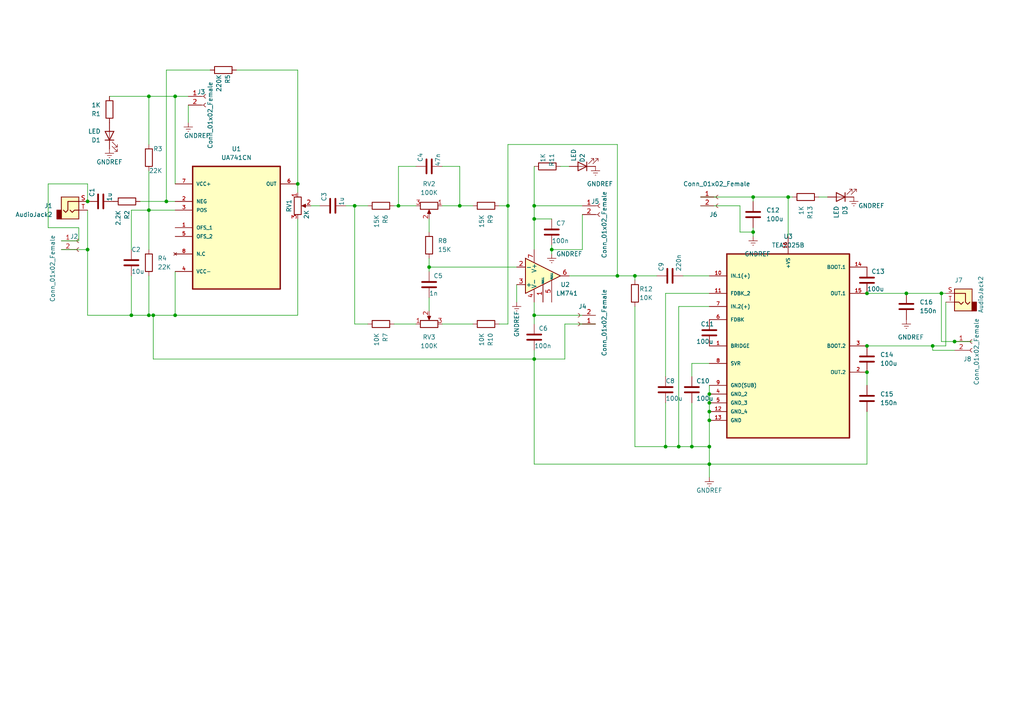
<source format=kicad_sch>
(kicad_sch (version 20210126) (generator eeschema)
  (paper "A4")
  (title_block (title "SES AUDIO AMPLIFIER") (date "2021-06-08") (company "JKUAT"))
  (lib_symbols
    (symbol "Amplifier_Operational:LM741" (pin_names (offset 0.127))
      (property "Reference" "U?" (at 5.08 -2.54 0))
      (property "Value" "UA741CN" (at 3.81 -5.08 0))
      (symbol "LM741_0_1"
        (polyline (pts (xy -5.08 5.08) (xy 5.08 0) (xy -5.08 -5.08) (xy -5.08 5.08)) (stroke (width 0.254)) (fill (type background)))
      )
      (symbol "LM741_1_1"
        (pin input line (at 0 -7.62 90) (length 5.08) (name "NULL") (number "1"))
        (pin input line (at -7.62 -2.54 0) (length 2.54) (name "+") (number "3"))
        (pin input line (at -7.62 2.54 0) (length 2.54) (name "-") (number "2"))
        (pin power_in line (at -2.54 -7.62 90) (length 3.81) (name "V-") (number "4"))
        (pin input line (at 2.54 -7.62 90) (length 6.35) (name "NULL") (number "5"))
        (pin output line (at 7.62 0 180) (length 2.54) (name "~") (number "6"))
        (pin power_in line (at -2.54 7.62 270) (length 3.81) (name "V+") (number "7"))
        (pin no_connect line (at 0 2.54 270) (length 2.54) hide (name "NC") (number "8"))
      )
    )
    (symbol "Connector:AudioJack2"
      (property "Reference" "J" (at 0 8.89 0))
      (property "Value" "AudioJack2" (at 0 6.35 0))
      (symbol "AudioJack2_0_1"
        (rectangle (start -3.81 0) (end -2.54 -2.54) (stroke (width 0.254)) (fill (type outline)))
        (rectangle (start -2.54 3.81) (end 2.54 -2.54) (stroke (width 0.254)) (fill (type background)))
        (polyline (pts (xy 0 0) (xy 0.635 -0.635) (xy 1.27 0) (xy 2.54 0)) (stroke (width 0.254)))
        (polyline (pts (xy 2.54 2.54) (xy -0.635 2.54) (xy -0.635 0) (xy -1.27 -0.635) (xy -1.905 0)) (stroke (width 0.254)))
      )
      (symbol "AudioJack2_1_1"
        (pin passive line (at 5.08 2.54 180) (length 2.54) (name "~") (number "S"))
        (pin passive line (at 5.08 0 180) (length 2.54) (name "~") (number "T"))
      )
    )
    (symbol "Connector:Conn_01x02_Female" (pin_names (offset 1.016) hide)
      (property "Reference" "J" (at 0 2.54 0))
      (property "Value" "Conn_01x02_Female" (at 0 -5.08 0))
      (symbol "Conn_01x02_Female_1_1"
        (arc (start 0 -2.032) (end 0 -3.048) (radius (at 0 -2.54) (length 0.508) (angles 90.1 -90.1)) (stroke (width 0.1524)))
        (arc (start 0 0.508) (end 0 -0.508) (radius (at 0 0) (length 0.508) (angles 90.1 -90.1)) (stroke (width 0.1524)))
        (polyline (pts (xy -1.27 -2.54) (xy -0.508 -2.54)) (stroke (width 0.1524)))
        (polyline (pts (xy -1.27 0) (xy -0.508 0)) (stroke (width 0.1524)))
        (pin passive line (at -5.08 0 0) (length 3.81) (name "Pin_1") (number "1"))
        (pin passive line (at -5.08 -2.54 0) (length 3.81) (name "Pin_2") (number "2"))
      )
    )
    (symbol "Device:C" (pin_numbers hide) (pin_names (offset 0.254))
      (property "Reference" "C" (at 0.635 2.54 0))
      (property "Value" "C" (at 0.635 -2.54 0))
      (symbol "C_0_1"
        (polyline (pts (xy -2.032 -0.762) (xy 2.032 -0.762)) (stroke (width 0.508)))
        (polyline (pts (xy -2.032 0.762) (xy 2.032 0.762)) (stroke (width 0.508)))
      )
      (symbol "C_1_1"
        (pin passive line (at 0 3.81 270) (length 2.794) (name "~") (number "1"))
        (pin passive line (at 0 -3.81 90) (length 2.794) (name "~") (number "2"))
      )
    )
    (symbol "Device:LED" (pin_numbers hide) (pin_names (offset 1.016) hide)
      (property "Reference" "D" (at 0 2.54 0))
      (property "Value" "LED" (at 0 -2.54 0))
      (symbol "LED_0_1"
        (polyline (pts (xy -1.27 -1.27) (xy -1.27 1.27)) (stroke (width 0.254)))
        (polyline (pts (xy -1.27 0) (xy 1.27 0)))
        (polyline (pts (xy 1.27 -1.27) (xy 1.27 1.27) (xy -1.27 0) (xy 1.27 -1.27)) (stroke (width 0.254)))
        (polyline (pts (xy -3.048 -0.762) (xy -4.572 -2.286) (xy -3.81 -2.286) (xy -4.572 -2.286) (xy -4.572 -1.524)))
        (polyline (pts (xy -1.778 -0.762) (xy -3.302 -2.286) (xy -2.54 -2.286) (xy -3.302 -2.286) (xy -3.302 -1.524)))
      )
      (symbol "LED_1_1"
        (pin passive line (at -3.81 0 0) (length 2.54) (name "K") (number "1"))
        (pin passive line (at 3.81 0 180) (length 2.54) (name "A") (number "2"))
      )
    )
    (symbol "Device:R" (pin_numbers hide) (pin_names (offset 0))
      (property "Reference" "R" (at 2.032 0 90))
      (property "Value" "R" (at 0 0 90))
      (symbol "R_0_1"
        (rectangle (start -1.016 -2.54) (end 1.016 2.54) (stroke (width 0.254)))
      )
      (symbol "R_1_1"
        (pin passive line (at 0 3.81 270) (length 1.27) (name "~") (number "1"))
        (pin passive line (at 0 -3.81 90) (length 1.27) (name "~") (number "2"))
      )
    )
    (symbol "Device:R_Potentiometer" (pin_names (offset 1.016) hide)
      (property "Reference" "RV" (at -4.445 0 90))
      (property "Value" "R_Potentiometer" (at -2.54 0 90))
      (symbol "R_Potentiometer_0_1"
        (rectangle (start 1.016 2.54) (end -1.016 -2.54) (stroke (width 0.254)))
        (polyline (pts (xy 2.54 0) (xy 1.524 0)))
        (polyline (pts (xy 1.143 0) (xy 2.286 0.508) (xy 2.286 -0.508) (xy 1.143 0)) (fill (type outline)))
      )
      (symbol "R_Potentiometer_1_1"
        (pin passive line (at 0 3.81 270) (length 1.27) (name "1") (number "1"))
        (pin passive line (at 3.81 0 180) (length 1.27) (name "2") (number "2"))
        (pin passive line (at 0 -3.81 90) (length 1.27) (name "3") (number "3"))
      )
    )
    (symbol "TEA2025B:TEA2025B" (pin_names (offset 1.016))
      (property "Reference" "U1" (at 0 27.94 0))
      (property "Value" "TEA2025B" (at 0 25.4 0))
      (symbol "TEA2025B_0_0"
        (rectangle (start -17.78 -30.48) (end 17.78 22.86) (stroke (width 0.4064)) (fill (type background)))
        (pin power_in line (at 0 27.94 270) (length 5.08) (name "+VS") (number "16"))
        (pin input line (at -22.86 11.43 0) (length 5.08) (name "FDBK_2") (number "11"))
        (pin input line (at -22.86 3.81 0) (length 5.08) (name "FDBK") (number "6"))
        (pin passive line (at 22.86 19.05 180) (length 5.08) (name "BOOT.1") (number "14"))
        (pin passive line (at 22.86 -3.81 180) (length 5.08) (name "BOOT.2") (number "3"))
        (pin passive line (at -22.86 -3.81 0) (length 5.08) (name "BRIDGE") (number "1"))
        (pin passive line (at -22.86 -8.89 0) (length 5.08) (name "SVR") (number "8"))
        (pin input line (at -22.86 16.51 0) (length 5.08) (name "IN.1(+)") (number "10"))
        (pin input line (at -22.86 7.62 0) (length 5.08) (name "IN.2(+)") (number "7"))
        (pin passive line (at -22.86 -15.24 0) (length 5.08) (name "GND(SUB)") (number "9"))
        (pin passive line (at -22.86 -17.78 0) (length 5.08) (name "GND_2") (number "4"))
        (pin passive line (at -22.86 -20.32 0) (length 5.08) (name "GND_3") (number "5"))
        (pin passive line (at -22.86 -22.86 0) (length 5.08) (name "GND_4") (number "12"))
        (pin passive line (at -22.86 -25.4 0) (length 5.08) (name "GND") (number "13"))
        (pin output line (at 22.86 11.43 180) (length 5.08) (name "OUT.1") (number "15"))
        (pin output line (at 22.86 -11.43 180) (length 5.08) (name "OUT.2") (number "2"))
      )
    )
    (symbol "UA741CN:UA741CN" (pin_names (offset 1.016))
      (property "Reference" "U?" (at 0 20.32 0))
      (property "Value" "UA741CN" (at 0 17.78 0))
      (symbol "UA741CN_0_0"
        (rectangle (start -12.7 -20.32) (end 12.7 15.24) (stroke (width 0.4064)) (fill (type background)))
        (pin power_in line (at -17.78 10.16 0) (length 5.08) (name "VCC+") (number "7"))
        (pin input line (at -17.78 5.08 0) (length 5.08) (name "NEG") (number "2"))
        (pin input line (at -17.78 2.54 0) (length 5.08) (name "POS") (number "3"))
        (pin passive line (at -17.78 -2.54 0) (length 5.08) (name "OFS_1") (number "1"))
        (pin passive line (at -17.78 -5.08 0) (length 5.08) (name "OFS_2") (number "5"))
        (pin no_connect line (at -17.78 -10.16 0) (length 5.08) (name "N.C") (number "8"))
        (pin power_in line (at -17.78 -15.24 0) (length 5.08) (name "VCC-") (number "4"))
        (pin output line (at 17.78 10.16 180) (length 5.08) (name "OUT") (number "6"))
      )
    )
    (symbol "power:GNDREF" (power) (pin_names (offset 0))
      (property "Value" "GNDREF" (at 0 -3.81 0))
      (symbol "GNDREF_0_1"
        (polyline (pts (xy -0.635 -1.905) (xy 0.635 -1.905)))
        (polyline (pts (xy -0.127 -2.54) (xy 0.127 -2.54)))
        (polyline (pts (xy 0 -1.27) (xy 0 0)))
        (polyline (pts (xy 1.27 -1.27) (xy -1.27 -1.27)))
      )
      (symbol "GNDREF_1_1"
        (pin power_in line (at 0 0 270) (length 0) hide (name "GNDREF") (number "1"))
      )
    )
  )
  (junction (at 25.4 58.42) (diameter 0.9144))
  (junction (at 25.4 72.39) (diameter 0.9144))
  (junction (at 38.1 91.44) (diameter 0.9144))
  (junction (at 43.18 27.94) (diameter 0.9144))
  (junction (at 43.18 60.96) (diameter 0.9144))
  (junction (at 43.18 91.44) (diameter 0.9144))
  (junction (at 44.45 91.44) (diameter 0.9144))
  (junction (at 48.26 58.42) (diameter 0.9144))
  (junction (at 50.8 27.94) (diameter 0.9144))
  (junction (at 50.8 91.44) (diameter 0.9144))
  (junction (at 86.36 53.34) (diameter 0.9144))
  (junction (at 102.87 59.69) (diameter 0.9144))
  (junction (at 115.57 59.69) (diameter 0.9144))
  (junction (at 124.46 77.47) (diameter 0.9144))
  (junction (at 133.35 59.69) (diameter 0.9144))
  (junction (at 147.32 59.69) (diameter 0.9144))
  (junction (at 154.94 59.69) (diameter 0.9144))
  (junction (at 154.94 63.5) (diameter 0.9144))
  (junction (at 154.94 91.44) (diameter 0.9144))
  (junction (at 154.94 104.14) (diameter 0.9144))
  (junction (at 160.02 72.39) (diameter 0.9144))
  (junction (at 179.07 80.01) (diameter 0.9144))
  (junction (at 184.15 80.01) (diameter 0.9144))
  (junction (at 193.04 129.54) (diameter 0.9144))
  (junction (at 196.85 129.54) (diameter 0.9144))
  (junction (at 200.66 129.54) (diameter 0.9144))
  (junction (at 205.74 114.3) (diameter 0.9144))
  (junction (at 205.74 116.84) (diameter 0.9144))
  (junction (at 205.74 119.38) (diameter 0.9144))
  (junction (at 205.74 121.92) (diameter 0.9144))
  (junction (at 205.74 129.54) (diameter 0.9144))
  (junction (at 205.74 134.62) (diameter 0.9144))
  (junction (at 218.44 57.15) (diameter 0.9144))
  (junction (at 218.44 67.31) (diameter 0.9144))
  (junction (at 228.6 57.15) (diameter 0.9144))
  (junction (at 251.46 85.09) (diameter 0.9144))
  (junction (at 251.46 100.33) (diameter 0.9144))
  (junction (at 251.46 107.95) (diameter 0.9144))
  (junction (at 262.89 85.09) (diameter 0.9144))
  (junction (at 270.51 100.33) (diameter 0.9144))
  (junction (at 273.05 85.09) (diameter 0.9144))
  (junction (at 276.86 99.06) (diameter 0.9144))
  (wire (pts (xy 13.97 53.34) (xy 25.4 53.34)))
  (wire (pts (xy 13.97 66.04) (xy 13.97 53.34)))
  (wire (pts (xy 17.78 69.85) (xy 22.86 69.85)))
  (wire (pts (xy 17.78 72.39) (xy 25.4 72.39)))
  (wire (pts (xy 22.86 66.04) (xy 13.97 66.04)))
  (wire (pts (xy 22.86 69.85) (xy 22.86 66.04)))
  (wire (pts (xy 25.4 53.34) (xy 25.4 58.42)))
  (wire (pts (xy 25.4 72.39) (xy 25.4 60.96)))
  (wire (pts (xy 25.4 72.39) (xy 25.4 91.44)))
  (wire (pts (xy 25.4 91.44) (xy 38.1 91.44)))
  (wire (pts (xy 31.75 27.94) (xy 43.18 27.94)))
  (wire (pts (xy 38.1 60.96) (xy 43.18 60.96)))
  (wire (pts (xy 38.1 72.39) (xy 38.1 60.96)))
  (wire (pts (xy 38.1 80.01) (xy 38.1 91.44)))
  (wire (pts (xy 38.1 91.44) (xy 43.18 91.44)))
  (wire (pts (xy 40.64 58.42) (xy 48.26 58.42)))
  (wire (pts (xy 43.18 27.94) (xy 50.8 27.94)))
  (wire (pts (xy 43.18 41.91) (xy 43.18 27.94)))
  (wire (pts (xy 43.18 49.53) (xy 43.18 60.96)))
  (wire (pts (xy 43.18 60.96) (xy 43.18 72.39)))
  (wire (pts (xy 43.18 80.01) (xy 43.18 91.44)))
  (wire (pts (xy 43.18 91.44) (xy 44.45 91.44)))
  (wire (pts (xy 44.45 91.44) (xy 44.45 104.14)))
  (wire (pts (xy 44.45 91.44) (xy 50.8 91.44)))
  (wire (pts (xy 48.26 20.32) (xy 48.26 58.42)))
  (wire (pts (xy 48.26 58.42) (xy 50.8 58.42)))
  (wire (pts (xy 50.8 27.94) (xy 50.8 53.34)))
  (wire (pts (xy 50.8 27.94) (xy 54.61 27.94)))
  (wire (pts (xy 50.8 60.96) (xy 43.18 60.96)))
  (wire (pts (xy 50.8 78.74) (xy 50.8 91.44)))
  (wire (pts (xy 54.61 30.48) (xy 54.61 35.56)))
  (wire (pts (xy 60.96 20.32) (xy 48.26 20.32)))
  (wire (pts (xy 86.36 20.32) (xy 68.58 20.32)))
  (wire (pts (xy 86.36 53.34) (xy 86.36 20.32)))
  (wire (pts (xy 86.36 53.34) (xy 86.36 55.88)))
  (wire (pts (xy 86.36 63.5) (xy 86.36 91.44)))
  (wire (pts (xy 86.36 91.44) (xy 50.8 91.44)))
  (wire (pts (xy 90.17 59.69) (xy 92.71 59.69)))
  (wire (pts (xy 100.33 59.69) (xy 102.87 59.69)))
  (wire (pts (xy 102.87 59.69) (xy 106.68 59.69)))
  (wire (pts (xy 102.87 93.98) (xy 102.87 59.69)))
  (wire (pts (xy 106.68 93.98) (xy 102.87 93.98)))
  (wire (pts (xy 114.3 59.69) (xy 115.57 59.69)))
  (wire (pts (xy 114.3 93.98) (xy 120.65 93.98)))
  (wire (pts (xy 115.57 48.26) (xy 115.57 59.69)))
  (wire (pts (xy 115.57 59.69) (xy 120.65 59.69)))
  (wire (pts (xy 120.65 48.26) (xy 115.57 48.26)))
  (wire (pts (xy 124.46 63.5) (xy 124.46 67.31)))
  (wire (pts (xy 124.46 74.93) (xy 124.46 77.47)))
  (wire (pts (xy 124.46 77.47) (xy 124.46 78.74)))
  (wire (pts (xy 124.46 86.36) (xy 124.46 90.17)))
  (wire (pts (xy 128.27 48.26) (xy 133.35 48.26)))
  (wire (pts (xy 128.27 59.69) (xy 133.35 59.69)))
  (wire (pts (xy 128.27 93.98) (xy 137.16 93.98)))
  (wire (pts (xy 133.35 48.26) (xy 133.35 59.69)))
  (wire (pts (xy 133.35 59.69) (xy 137.16 59.69)))
  (wire (pts (xy 144.78 59.69) (xy 147.32 59.69)))
  (wire (pts (xy 147.32 41.91) (xy 147.32 59.69)))
  (wire (pts (xy 147.32 41.91) (xy 179.07 41.91)))
  (wire (pts (xy 147.32 59.69) (xy 147.32 93.98)))
  (wire (pts (xy 147.32 93.98) (xy 144.78 93.98)))
  (wire (pts (xy 149.86 77.47) (xy 124.46 77.47)))
  (wire (pts (xy 149.86 82.55) (xy 149.86 87.63)))
  (wire (pts (xy 154.94 48.26) (xy 154.94 59.69)))
  (wire (pts (xy 154.94 59.69) (xy 154.94 63.5)))
  (wire (pts (xy 154.94 59.69) (xy 168.91 59.69)))
  (wire (pts (xy 154.94 63.5) (xy 154.94 72.39)))
  (wire (pts (xy 154.94 63.5) (xy 160.02 63.5)))
  (wire (pts (xy 154.94 87.63) (xy 154.94 91.44)))
  (wire (pts (xy 154.94 91.44) (xy 154.94 93.98)))
  (wire (pts (xy 154.94 91.44) (xy 172.72 91.44)))
  (wire (pts (xy 154.94 101.6) (xy 154.94 104.14)))
  (wire (pts (xy 154.94 104.14) (xy 44.45 104.14)))
  (wire (pts (xy 154.94 104.14) (xy 154.94 134.62)))
  (wire (pts (xy 154.94 134.62) (xy 205.74 134.62)))
  (wire (pts (xy 160.02 71.12) (xy 160.02 72.39)))
  (wire (pts (xy 160.02 72.39) (xy 160.02 73.66)))
  (wire (pts (xy 163.83 93.98) (xy 163.83 104.14)))
  (wire (pts (xy 163.83 93.98) (xy 172.72 93.98)))
  (wire (pts (xy 163.83 104.14) (xy 154.94 104.14)))
  (wire (pts (xy 165.1 48.26) (xy 162.56 48.26)))
  (wire (pts (xy 165.1 80.01) (xy 179.07 80.01)))
  (wire (pts (xy 168.91 62.23) (xy 168.91 72.39)))
  (wire (pts (xy 168.91 72.39) (xy 160.02 72.39)))
  (wire (pts (xy 179.07 41.91) (xy 179.07 80.01)))
  (wire (pts (xy 179.07 80.01) (xy 184.15 80.01)))
  (wire (pts (xy 184.15 80.01) (xy 184.15 81.28)))
  (wire (pts (xy 184.15 80.01) (xy 190.5 80.01)))
  (wire (pts (xy 184.15 88.9) (xy 184.15 129.54)))
  (wire (pts (xy 184.15 129.54) (xy 193.04 129.54)))
  (wire (pts (xy 193.04 85.09) (xy 205.74 85.09)))
  (wire (pts (xy 193.04 109.22) (xy 193.04 85.09)))
  (wire (pts (xy 193.04 116.84) (xy 193.04 129.54)))
  (wire (pts (xy 193.04 129.54) (xy 196.85 129.54)))
  (wire (pts (xy 196.85 88.9) (xy 196.85 129.54)))
  (wire (pts (xy 196.85 129.54) (xy 200.66 129.54)))
  (wire (pts (xy 198.12 80.01) (xy 205.74 80.01)))
  (wire (pts (xy 200.66 105.41) (xy 205.74 105.41)))
  (wire (pts (xy 200.66 109.22) (xy 200.66 105.41)))
  (wire (pts (xy 200.66 116.84) (xy 200.66 129.54)))
  (wire (pts (xy 200.66 129.54) (xy 205.74 129.54)))
  (wire (pts (xy 203.2 57.15) (xy 218.44 57.15)))
  (wire (pts (xy 203.2 59.69) (xy 214.63 59.69)))
  (wire (pts (xy 205.74 88.9) (xy 196.85 88.9)))
  (wire (pts (xy 205.74 111.76) (xy 205.74 114.3)))
  (wire (pts (xy 205.74 114.3) (xy 205.74 116.84)))
  (wire (pts (xy 205.74 116.84) (xy 205.74 119.38)))
  (wire (pts (xy 205.74 119.38) (xy 205.74 121.92)))
  (wire (pts (xy 205.74 121.92) (xy 205.74 129.54)))
  (wire (pts (xy 205.74 129.54) (xy 205.74 134.62)))
  (wire (pts (xy 205.74 134.62) (xy 205.74 138.43)))
  (wire (pts (xy 214.63 59.69) (xy 214.63 67.31)))
  (wire (pts (xy 214.63 67.31) (xy 218.44 67.31)))
  (wire (pts (xy 218.44 57.15) (xy 228.6 57.15)))
  (wire (pts (xy 218.44 58.42) (xy 218.44 57.15)))
  (wire (pts (xy 218.44 66.04) (xy 218.44 67.31)))
  (wire (pts (xy 218.44 67.31) (xy 218.44 68.58)))
  (wire (pts (xy 228.6 57.15) (xy 228.6 68.58)))
  (wire (pts (xy 228.6 57.15) (xy 229.87 57.15)))
  (wire (pts (xy 240.03 57.15) (xy 237.49 57.15)))
  (wire (pts (xy 251.46 85.09) (xy 262.89 85.09)))
  (wire (pts (xy 251.46 100.33) (xy 270.51 100.33)))
  (wire (pts (xy 251.46 107.95) (xy 251.46 111.76)))
  (wire (pts (xy 251.46 119.38) (xy 251.46 134.62)))
  (wire (pts (xy 251.46 134.62) (xy 205.74 134.62)))
  (wire (pts (xy 262.89 85.09) (xy 273.05 85.09)))
  (wire (pts (xy 270.51 100.33) (xy 274.32 100.33)))
  (wire (pts (xy 270.51 101.6) (xy 270.51 100.33)))
  (wire (pts (xy 273.05 85.09) (xy 274.32 85.09)))
  (wire (pts (xy 273.05 99.06) (xy 273.05 85.09)))
  (wire (pts (xy 273.05 99.06) (xy 276.86 99.06)))
  (wire (pts (xy 274.32 87.63) (xy 274.32 100.33)))
  (wire (pts (xy 276.86 99.06) (xy 281.94 99.06)))
  (wire (pts (xy 276.86 101.6) (xy 270.51 101.6)))
  (symbol (lib_id "power:GNDREF") (at 31.75 43.18 0) (unit 1)
    (property "Reference" "#PWR01" (effects hide))
    (property "Value" "GNDREF" (at 31.75 46.99 0))
  )
  (symbol (lib_id "power:GNDREF") (at 54.61 35.56 0) (unit 1)
    (property "Reference" "#PWR02" (effects hide))
    (property "Value" "GNDREF" (at 57.15 39.37 0))
  )
  (symbol (lib_id "power:GNDREF") (at 149.86 87.63 0) (unit 1)
    (property "Reference" "#PWR03" (effects hide))
    (property "Value" "GNDREF" (at 149.86 93.98 90))
  )
  (symbol (lib_id "power:GNDREF") (at 160.02 73.66 0) (unit 1)
    (property "Reference" "#PWR04" (effects hide))
    (property "Value" "GNDREF" (at 165.1 73.66 0))
  )
  (symbol (lib_id "power:GNDREF") (at 172.72 48.26 0) (unit 1)
    (property "Reference" "#PWR05" (effects hide))
    (property "Value" "GNDREF" (at 173.99 53.34 0))
  )
  (symbol (lib_id "power:GNDREF") (at 205.74 138.43 0) (unit 1)
    (property "Reference" "#PWR06" (effects hide))
    (property "Value" "GNDREF" (at 205.74 142.24 0))
  )
  (symbol (lib_id "power:GNDREF") (at 218.44 68.58 0) (unit 1)
    (property "Reference" "#PWR07" (effects hide))
    (property "Value" "GNDREF" (at 219.71 73.66 0))
  )
  (symbol (lib_id "power:GNDREF") (at 247.65 57.15 0) (unit 1)
    (property "Reference" "#PWR08" (effects hide))
    (property "Value" "GNDREF" (at 252.73 59.69 0))
  )
  (symbol (lib_id "power:GNDREF") (at 262.89 92.71 0) (unit 1)
    (property "Reference" "#PWR09" (effects hide))
    (property "Value" "GNDREF" (at 264.16 97.79 0))
  )
  (symbol (lib_id "Device:R") (at 31.75 31.75 180) (unit 1)
    (property "Reference" "R1" (at 29.21 33.02 0) (effects (justify left)))
    (property "Value" "1K" (at 29.21 30.48 0) (effects (justify left)))
    (property "Footprint" "Resistor_THT:R_Axial_DIN0204_L3.6mm_D1.6mm_P7.62mm_Horizontal" (effects hide))
  )
  (symbol (lib_id "Device:R") (at 36.83 58.42 270) (unit 1)
    (property "Reference" "R2" (at 36.83 60.96 0) (effects (justify left)))
    (property "Value" "2.2K" (at 34.29 60.96 0) (effects (justify left)))
    (property "Footprint" "Resistor_THT:R_Axial_DIN0204_L3.6mm_D1.6mm_P7.62mm_Horizontal" (effects hide))
  )
  (symbol (lib_id "Device:R") (at 43.18 45.72 0) (unit 1)
    (property "Reference" "R3" (at 44.45 43.18 0) (effects (justify left)))
    (property "Value" "22K" (at 43.18 49.53 0) (effects (justify left)))
    (property "Footprint" "Resistor_THT:R_Axial_DIN0204_L3.6mm_D1.6mm_P7.62mm_Horizontal" (effects hide))
  )
  (symbol (lib_id "Device:R") (at 43.18 76.2 0) (unit 1)
    (property "Reference" "R4" (at 45.72 74.93 0) (effects (justify left)))
    (property "Value" "22K" (at 45.72 77.47 0) (effects (justify left)))
    (property "Footprint" "Resistor_THT:R_Axial_DIN0204_L3.6mm_D1.6mm_P7.62mm_Horizontal" (effects hide))
  )
  (symbol (lib_id "Device:R") (at 64.77 20.32 270) (unit 1)
    (property "Reference" "R5" (at 66.04 21.59 0) (effects (justify left)))
    (property "Value" "220K" (at 63.5 21.59 0) (effects (justify left)))
    (property "Footprint" "Resistor_THT:R_Axial_DIN0204_L3.6mm_D1.6mm_P7.62mm_Horizontal" (effects hide))
  )
  (symbol (lib_id "Device:R") (at 110.49 59.69 270) (unit 1)
    (property "Reference" "R6" (at 111.76 62.23 0) (effects (justify left)))
    (property "Value" "15K" (at 109.22 62.23 0) (effects (justify left)))
    (property "Footprint" "Resistor_THT:R_Axial_DIN0204_L3.6mm_D1.6mm_P7.62mm_Horizontal" (effects hide))
  )
  (symbol (lib_id "Device:R") (at 110.49 93.98 270) (unit 1)
    (property "Reference" "R7" (at 111.76 96.52 0) (effects (justify left)))
    (property "Value" "10K" (at 109.22 96.52 0) (effects (justify left)))
    (property "Footprint" "Resistor_THT:R_Axial_DIN0204_L3.6mm_D1.6mm_P7.62mm_Horizontal" (effects hide))
  )
  (symbol (lib_id "Device:R") (at 124.46 71.12 0) (unit 1)
    (property "Reference" "R8" (at 127 69.85 0) (effects (justify left)))
    (property "Value" "15K" (at 127 72.39 0) (effects (justify left)))
    (property "Footprint" "Resistor_THT:R_Axial_DIN0204_L3.6mm_D1.6mm_P7.62mm_Horizontal" (effects hide))
  )
  (symbol (lib_id "Device:R") (at 140.97 59.69 270) (unit 1)
    (property "Reference" "R9" (at 142.24 62.23 0) (effects (justify left)))
    (property "Value" "15K" (at 139.7 62.23 0) (effects (justify left)))
    (property "Footprint" "Resistor_THT:R_Axial_DIN0204_L3.6mm_D1.6mm_P7.62mm_Horizontal" (effects hide))
  )
  (symbol (lib_id "Device:R") (at 140.97 93.98 270) (unit 1)
    (property "Reference" "R10" (at 142.24 96.52 0) (effects (justify left)))
    (property "Value" "10K" (at 139.7 96.52 0) (effects (justify left)))
    (property "Footprint" "Resistor_THT:R_Axial_DIN0204_L3.6mm_D1.6mm_P7.62mm_Horizontal" (effects hide))
  )
  (symbol (lib_id "Device:R") (at 158.75 48.26 270) (unit 1)
    (property "Reference" "R11" (at 160.02 44.45 0) (effects (justify left)))
    (property "Value" "1K" (at 157.48 44.45 0) (effects (justify left)))
    (property "Footprint" "Resistor_THT:R_Axial_DIN0204_L3.6mm_D1.6mm_P7.62mm_Horizontal" (effects hide))
  )
  (symbol (lib_id "Device:R") (at 184.15 85.09 0) (unit 1)
    (property "Reference" "R12" (at 185.42 83.82 0) (effects (justify left)))
    (property "Value" "10K" (at 185.42 86.36 0) (effects (justify left)))
    (property "Footprint" "Resistor_THT:R_Axial_DIN0204_L3.6mm_D1.6mm_P7.62mm_Horizontal" (effects hide))
  )
  (symbol (lib_id "Device:R") (at 233.68 57.15 270) (unit 1)
    (property "Reference" "R13" (at 234.95 59.69 0) (effects (justify left)))
    (property "Value" "1K" (at 232.41 59.69 0) (effects (justify left)))
    (property "Footprint" "Resistor_THT:R_Axial_DIN0204_L3.6mm_D1.6mm_P7.62mm_Horizontal" (effects hide))
  )
  (symbol (lib_id "Connector:Conn_01x02_Female") (at 22.86 69.85 0) (unit 1)
    (property "Reference" "J2" (at 20.32 68.58 0) (effects (justify left)))
    (property "Value" "Conn_01x02_Female" (at 15.24 87.63 90) (effects (justify left)))
    (property "Footprint" "TerminalBlock_4Ucon:TerminalBlock_4Ucon_1x02_P3.50mm_Vertical" (effects hide))
  )
  (symbol (lib_id "Connector:Conn_01x02_Female") (at 59.69 27.94 0) (unit 1)
    (property "Reference" "J3" (at 57.15 26.67 0) (effects (justify left)))
    (property "Value" "Conn_01x02_Female" (at 60.96 43.18 90) (effects (justify left)))
    (property "Footprint" "TerminalBlock_4Ucon:TerminalBlock_4Ucon_1x02_P3.50mm_Vertical" (effects hide))
  )
  (symbol (lib_id "Connector:Conn_01x02_Female") (at 167.64 93.98 180) (unit 1)
    (property "Reference" "J4" (at 170.18 88.9 0) (effects (justify left)))
    (property "Value" "Conn_01x02_Female" (at 175.26 83.82 90) (effects (justify left)))
    (property "Footprint" "TerminalBlock_4Ucon:TerminalBlock_4Ucon_1x02_P3.50mm_Vertical" (effects hide))
  )
  (symbol (lib_id "Connector:Conn_01x02_Female") (at 173.99 59.69 0) (unit 1)
    (property "Reference" "J5" (at 171.45 58.42 0) (effects (justify left)))
    (property "Value" "Conn_01x02_Female" (at 175.26 74.93 90) (effects (justify left)))
    (property "Footprint" "TerminalBlock_4Ucon:TerminalBlock_4Ucon_1x02_P3.50mm_Vertical" (effects hide))
  )
  (symbol (lib_id "Connector:Conn_01x02_Female") (at 208.28 57.15 0) (unit 1)
    (property "Reference" "J6" (at 205.74 62.23 0) (effects (justify left)))
    (property "Value" "Conn_01x02_Female" (at 198.12 53.34 0) (effects (justify left)))
    (property "Footprint" "TerminalBlock_4Ucon:TerminalBlock_4Ucon_1x02_P3.50mm_Vertical" (effects hide))
  )
  (symbol (lib_id "Connector:Conn_01x02_Female") (at 281.94 99.06 0) (unit 1)
    (property "Reference" "J8" (at 279.4 104.14 0) (effects (justify left)))
    (property "Value" "Conn_01x02_Female" (at 283.21 111.76 90) (effects (justify left)))
    (property "Footprint" "TerminalBlock_4Ucon:TerminalBlock_4Ucon_1x02_P3.50mm_Vertical" (effects hide))
  )
  (symbol (lib_id "Device:LED") (at 31.75 39.37 90) (unit 1)
    (property "Reference" "D1" (at 29.21 40.64 90) (effects (justify left)))
    (property "Value" "LED" (at 29.21 38.1 90) (effects (justify left)))
    (property "Footprint" "LED_THT:LED_D5.0mm" (effects hide))
  )
  (symbol (lib_id "Device:LED") (at 168.91 48.26 180) (unit 1)
    (property "Reference" "D2" (at 168.91 44.45 90) (effects (justify left)))
    (property "Value" "LED" (at 166.37 43.18 90) (effects (justify left)))
    (property "Footprint" "LED_THT:LED_D5.0mm" (effects hide))
  )
  (symbol (lib_id "Device:LED") (at 243.84 57.15 180) (unit 1)
    (property "Reference" "D3" (at 245.11 59.69 90) (effects (justify left)))
    (property "Value" "LED" (at 242.57 59.69 90) (effects (justify left)))
    (property "Footprint" "LED_THT:LED_D5.0mm" (effects hide))
  )
  (symbol (lib_id "Device:C") (at 29.21 58.42 90) (unit 1)
    (property "Reference" "C1" (at 26.67 57.15 0) (effects (justify left)))
    (property "Value" "1u" (at 31.75 58.42 0) (effects (justify left)))
    (property "Footprint" "Capacitor_THT:CP_Radial_D5.0mm_P2.50mm" (effects hide))
  )
  (symbol (lib_id "Device:C") (at 38.1 76.2 0) (unit 1)
    (property "Reference" "C2" (at 38.1 72.39 0) (effects (justify left)))
    (property "Value" "10u" (at 38.1 78.74 0) (effects (justify left)))
    (property "Footprint" "Capacitor_THT:CP_Radial_D5.0mm_P2.50mm" (effects hide))
  )
  (symbol (lib_id "Device:C") (at 96.52 59.69 90) (unit 1)
    (property "Reference" "C3" (at 93.98 58.42 0) (effects (justify left)))
    (property "Value" "1u" (at 99.06 59.69 0) (effects (justify left)))
    (property "Footprint" "Capacitor_THT:CP_Radial_D5.0mm_P2.50mm" (effects hide))
  )
  (symbol (lib_id "Device:C") (at 124.46 48.26 90) (unit 1)
    (property "Reference" "C4" (at 121.92 46.99 0) (effects (justify left)))
    (property "Value" "47n" (at 127 48.26 0) (effects (justify left)))
    (property "Footprint" "Capacitor_THT:CP_Radial_D5.0mm_P2.50mm" (effects hide))
  )
  (symbol (lib_id "Device:C") (at 124.46 82.55 0) (unit 1)
    (property "Reference" "C5" (at 125.73 80.01 0) (effects (justify left)))
    (property "Value" "1n" (at 124.46 85.09 0) (effects (justify left)))
    (property "Footprint" "Capacitor_THT:CP_Radial_D5.0mm_P2.50mm" (effects hide))
  )
  (symbol (lib_id "Device:C") (at 154.94 97.79 0) (unit 1)
    (property "Reference" "C6" (at 156.21 95.25 0) (effects (justify left)))
    (property "Value" "100n" (at 154.94 100.33 0) (effects (justify left)))
    (property "Footprint" "Capacitor_THT:CP_Radial_D5.0mm_P2.50mm" (effects hide))
  )
  (symbol (lib_id "Device:C") (at 160.02 67.31 0) (unit 1)
    (property "Reference" "C7" (at 161.29 64.77 0) (effects (justify left)))
    (property "Value" "100n" (at 160.02 69.85 0) (effects (justify left)))
    (property "Footprint" "Capacitor_THT:CP_Radial_D5.0mm_P2.50mm" (effects hide))
  )
  (symbol (lib_id "Device:C") (at 193.04 113.03 0) (unit 1)
    (property "Reference" "C8" (at 193.04 110.49 0) (effects (justify left)))
    (property "Value" "100u" (at 193.04 115.57 0) (effects (justify left)))
    (property "Footprint" "Capacitor_THT:CP_Radial_D5.0mm_P2.50mm" (effects hide))
  )
  (symbol (lib_id "Device:C") (at 194.31 80.01 90) (unit 1)
    (property "Reference" "C9" (at 191.77 78.74 0) (effects (justify left)))
    (property "Value" "220n" (at 196.85 78.74 0) (effects (justify left)))
    (property "Footprint" "Capacitor_THT:CP_Radial_D5.0mm_P2.50mm" (effects hide))
  )
  (symbol (lib_id "Device:C") (at 200.66 113.03 0) (unit 1)
    (property "Reference" "C10" (at 201.93 110.49 0) (effects (justify left)))
    (property "Value" "100u" (at 201.93 115.57 0) (effects (justify left)))
    (property "Footprint" "Capacitor_THT:CP_Radial_D5.0mm_P2.50mm" (effects hide))
  )
  (symbol (lib_id "Device:C") (at 205.74 96.52 0) (unit 1)
    (property "Reference" "C11" (at 203.2 93.98 0) (effects (justify left)))
    (property "Value" "100u" (at 201.93 99.06 0) (effects (justify left)))
    (property "Footprint" "Capacitor_THT:CP_Radial_D5.0mm_P2.50mm" (effects hide))
  )
  (symbol (lib_id "Device:C") (at 218.44 62.23 0) (unit 1)
    (property "Reference" "C12" (at 222.25 60.96 0) (effects (justify left)))
    (property "Value" "100u" (at 222.25 63.5 0) (effects (justify left)))
    (property "Footprint" "Capacitor_THT:CP_Radial_D5.0mm_P2.50mm" (effects hide))
  )
  (symbol (lib_id "Device:C") (at 251.46 81.28 0) (unit 1)
    (property "Reference" "C13" (at 252.73 78.74 0) (effects (justify left)))
    (property "Value" "100u" (at 251.46 83.82 0) (effects (justify left)))
    (property "Footprint" "Capacitor_THT:CP_Radial_D5.0mm_P2.50mm" (effects hide))
  )
  (symbol (lib_id "Device:C") (at 251.46 104.14 0) (unit 1)
    (property "Reference" "C14" (at 255.27 102.87 0) (effects (justify left)))
    (property "Value" "100u" (at 255.27 105.41 0) (effects (justify left)))
    (property "Footprint" "Capacitor_THT:CP_Radial_D5.0mm_P2.50mm" (effects hide))
  )
  (symbol (lib_id "Device:C") (at 251.46 115.57 0) (unit 1)
    (property "Reference" "C15" (at 255.27 114.3 0) (effects (justify left)))
    (property "Value" "150n" (at 255.27 116.84 0) (effects (justify left)))
    (property "Footprint" "Capacitor_THT:CP_Radial_D5.0mm_P2.50mm" (effects hide))
  )
  (symbol (lib_id "Device:C") (at 262.89 88.9 0) (unit 1)
    (property "Reference" "C16" (at 266.7 87.63 0) (effects (justify left)))
    (property "Value" "150n" (at 266.7 90.17 0) (effects (justify left)))
    (property "Footprint" "Capacitor_THT:CP_Radial_D5.0mm_P2.50mm" (effects hide))
  )
  (symbol (lib_id "Device:R_Potentiometer") (at 86.36 59.69 0) (unit 1)
    (property "Reference" "RV1" (at 83.82 59.69 90))
    (property "Value" "2K" (at 88.9 62.23 90))
    (property "Footprint" "Potentiometer_THT:Potentiometer_ACP_CA9-H5_Horizontal" (effects hide))
  )
  (symbol (lib_id "Device:R_Potentiometer") (at 124.46 59.69 270) (unit 1)
    (property "Reference" "RV2" (at 124.46 53.34 90))
    (property "Value" "100K" (at 124.46 55.88 90))
    (property "Footprint" "Potentiometer_THT:Potentiometer_ACP_CA9-H5_Horizontal" (effects hide))
  )
  (symbol (lib_id "Device:R_Potentiometer") (at 124.46 93.98 90) (unit 1)
    (property "Reference" "RV3" (at 124.46 97.79 90))
    (property "Value" "100K" (at 124.46 100.33 90))
    (property "Footprint" "Potentiometer_THT:Potentiometer_ACP_CA9-H5_Horizontal" (effects hide))
  )
  (symbol (lib_id "Connector:AudioJack2") (at 20.32 60.96 0) (unit 1)
    (property "Reference" "J1" (at 15.24 59.69 0) (effects (justify right)))
    (property "Value" "AudioJack2" (at 15.24 62.23 0) (effects (justify right)))
    (property "Footprint" "Connector_Audio:Jack_3.5mm_CUI_SJ1-3533NG_Horizontal" (effects hide))
  )
  (symbol (lib_id "Connector:AudioJack2") (at 279.4 87.63 0) (mirror y) (unit 1)
    (property "Reference" "J7" (at 276.86 81.28 0) (effects (justify right)))
    (property "Value" "AudioJack2" (at 284.48 80.01 90) (effects (justify right)))
    (property "Footprint" "Connector_Audio:Jack_3.5mm_CUI_SJ1-3533NG_Horizontal" (effects hide))
  )
  (symbol (lib_id "Amplifier_Operational:LM741") (at 157.48 80.01 0) (unit 1)
    (property "Reference" "U2" (at 162.56 82.55 0) (effects (justify left)))
    (property "Value" "LM741" (at 161.29 85.09 0) (effects (justify left)))
    (property "Footprint" "UA741:DIP254P762X533-8" (effects hide))
    (property "Datasheet" "http://www.ti.com/lit/ds/symlink/lm741.pdf" (effects hide))
  )
  (symbol (lib_id "UA741CN:UA741CN") (at 68.58 63.5 0) (unit 1)
    (property "Reference" "U1" (at 68.58 43.18 0))
    (property "Value" "UA741CN" (at 68.58 45.72 0))
    (property "Footprint" "DIP254P762X533-8" (effects hide))
    (property "SUPPLIER" "STMICROELECTRONICS" (effects hide))
    (property "PACKAGE" "DIP" (effects hide))
    (property "OC_NEWARK" "89K1126" (effects hide))
    (property "OC_FARNELL" "1094414" (effects hide))
    (property "MPN" "UA741CN" (effects hide))
  )
  (symbol (lib_id "TEA2025B:TEA2025B") (at 228.6 96.52 0) (unit 1)
    (property "Reference" "U3" (at 228.6 68.58 0))
    (property "Value" "TEA2025B" (at 228.6 71.12 0))
    (property "Footprint" "DIP254P762X510-16" (effects hide))
    (property "OC_FARNELL" "1263004" (effects hide))
    (property "SUPPLIER" "STMICROELECTRONICS" (effects hide))
    (property "MPN" "TEA2025B" (effects hide))
    (property "PACKAGE" "PDIP-16" (effects hide))
    (property "OC_NEWARK" "89K1062" (effects hide))
  )
)
</source>
